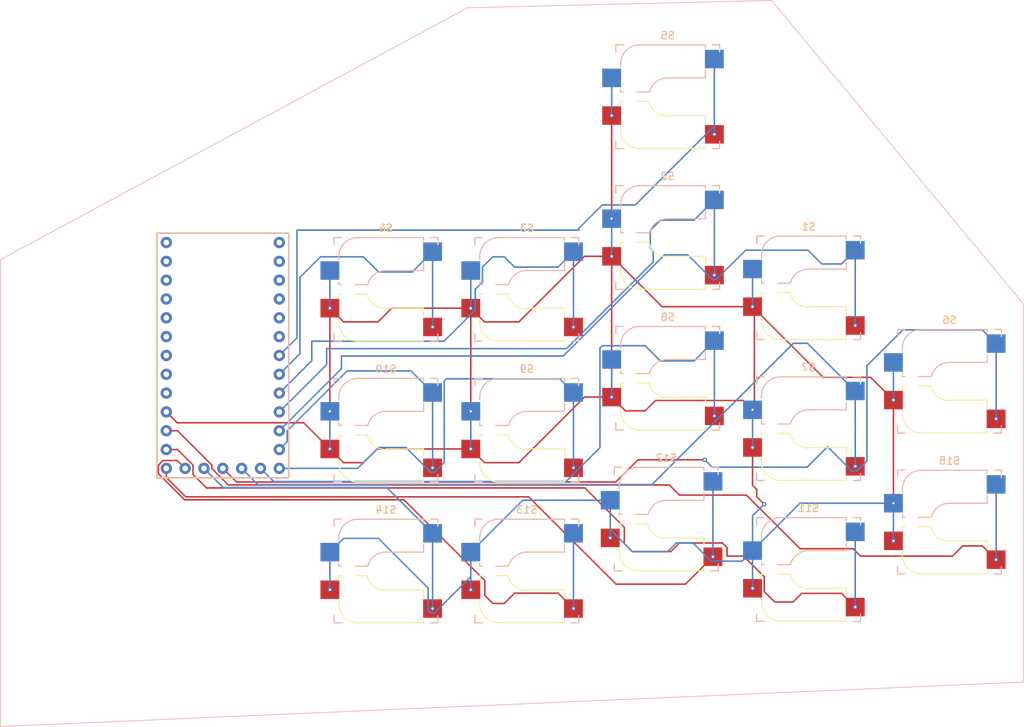
<source format=kicad_pcb>
(kicad_pcb (version 20241229) (generator "pcbnew") (generator_version "9.0")
  (layers (0 "F.Cu" signal) (2 "B.Cu" signal) (13 "F.Paste" user) (15 "B.Paste" user) (5 "F.SilkS" user "F.Silkscreen") (7 "B.SilkS" user "B.Silkscreen") (1 "F.Mask" user) (3 "B.Mask" user) (25 "Edge.Cuts" user))
  (net 0 "")
  (net 1 "Net-(U1-GP22)")
  (net 4 "Net-(U1-GP13)")
  (net 5 "Net-(U1-GP21)")
  (net 6 "Net-(U1-GP27)")
  (net 7 "Net-(U1-GP23)")
  (net 8 "Net-(U1-GP12)")
  (net 9 "Net-(U1-GP20)")
  (net 11 "Net-(U1-GP15)")
  (net 13 "Net-(U1-GP14)")
  (net 15 "Net-(U1-GP8)")
  (net 18 "Net-(U1-GP7)")
  (net 21 "Net-(U1-GP9)")
  (net 23 "Net-(U1-GP16)")
  (net 25 "Net-(U1-GP26)")
  (net 26 "Net-(U1-GP28)")
  (net 27 "Net-(U1-GP6)")
  (footprint "keyswitches_daprice:Kailh_socket_MX_reversible" (layer "F.Cu") (at 152 76.4)
    (property "Reference" "S15" (at 0 -8.255 0) (layer "F.SilkS"))
    (property "Value" "Keyswitch")
    (fp_text user "${REFERENCE}" (at 0 -8.255 0) (layer "B.SilkS") (effects (justify mirror)))
    (pad "" np_thru_hole circle (at -5.08 0) (size 1.7018 1.7018) (drill 1.7018) (layers "*.Cu" "*.Mask"))
    (pad "" np_thru_hole circle (at -3.81 -2.54) (size 3 3) (drill 3) (layers "*.Cu" "*.Mask"))
    (pad "" np_thru_hole circle (at -3.81 2.54) (size 3 3) (drill 3) (layers "*.Cu" "*.Mask"))
    (pad "" np_thru_hole circle (at 0 0) (size 3.9878 3.9878) (drill 3.9878) (layers "*.Cu" "*.Mask"))
    (pad "" np_thru_hole circle (at 2.54 -5.08) (size 3 3) (drill 3) (layers "*.Cu" "*.Mask"))
    (pad "" np_thru_hole circle (at 2.54 5.08) (size 3 3) (drill 3) (layers "*.Cu" "*.Mask"))
    (pad "" np_thru_hole circle (at 5.08 0) (size 1.7018 1.7018) (drill 1.7018) (layers "*.Cu" "*.Mask"))
    (pad "1" smd rect (at 6.29 -5.08) (size 2.55 2.5) (layers "B.Cu" "B.Mask" "B.Paste") (net 18 "Net-(U1-GP7)"))
    (pad "1" smd rect (at 6.29 5.08) (size 2.55 2.5) (layers "F.Cu" "F.Mask" "F.Paste") (net 18 "Net-(U1-GP7)"))
    (pad "2" smd rect (at -7.56 -2.54) (size 2.55 2.5) (layers "B.Cu" "B.Mask" "B.Paste") (net 27 "Net-(U1-GP6)"))
    (pad "2" smd rect (at -7.56 2.54) (size 2.55 2.5) (layers "F.Cu" "F.Mask" "F.Paste") (net 27 "Net-(U1-GP6)"))
  )
  (footprint "keyswitches_daprice:Kailh_socket_MX_reversible" (layer "F.Cu") (at 152 57.4)
    (property "Reference" "S6" (at 0 -8.255 0) (layer "F.SilkS"))
    (property "Value" "Keyswitch")
    (fp_text user "${REFERENCE}" (at 0 -8.255 0) (layer "B.SilkS") (effects (justify mirror)))
    (pad "" np_thru_hole circle (at -5.08 0) (size 1.7018 1.7018) (drill 1.7018) (layers "*.Cu" "*.Mask"))
    (pad "" np_thru_hole circle (at -3.81 -2.54) (size 3 3) (drill 3) (layers "*.Cu" "*.Mask"))
    (pad "" np_thru_hole circle (at -3.81 2.54) (size 3 3) (drill 3) (layers "*.Cu" "*.Mask"))
    (pad "" np_thru_hole circle (at 0 0) (size 3.9878 3.9878) (drill 3.9878) (layers "*.Cu" "*.Mask"))
    (pad "" np_thru_hole circle (at 2.54 -5.08) (size 3 3) (drill 3) (layers "*.Cu" "*.Mask"))
    (pad "" np_thru_hole circle (at 2.54 5.08) (size 3 3) (drill 3) (layers "*.Cu" "*.Mask"))
    (pad "" np_thru_hole circle (at 5.08 0) (size 1.7018 1.7018) (drill 1.7018) (layers "*.Cu" "*.Mask"))
    (pad "1" smd rect (at 6.29 -5.08) (size 2.55 2.5) (layers "B.Cu" "B.Mask" "B.Paste") (net 13 "Net-(U1-GP14)"))
    (pad "1" smd rect (at 6.29 5.08) (size 2.55 2.5) (layers "F.Cu" "F.Mask" "F.Paste") (net 13 "Net-(U1-GP14)"))
    (pad "2" smd rect (at -7.56 -2.54) (size 2.55 2.5) (layers "B.Cu" "B.Mask" "B.Paste") (net 27 "Net-(U1-GP6)"))
    (pad "2" smd rect (at -7.56 2.54) (size 2.55 2.5) (layers "F.Cu" "F.Mask" "F.Paste") (net 27 "Net-(U1-GP6)"))
  )
  (footprint "keyswitches_daprice:Kailh_socket_MX_reversible" (layer "F.Cu") (at 95 45)
    (property "Reference" "S3" (at 0 -8.255 0) (layer "F.SilkS"))
    (property "Value" "Keyswitch")
    (fp_text user "${REFERENCE}" (at 0 -8.255 0) (layer "B.SilkS") (effects (justify mirror)))
    (pad "" np_thru_hole circle (at -5.08 0) (size 1.7018 1.7018) (drill 1.7018) (layers "*.Cu" "*.Mask"))
    (pad "" np_thru_hole circle (at -3.81 -2.54) (size 3 3) (drill 3) (layers "*.Cu" "*.Mask"))
    (pad "" np_thru_hole circle (at -3.81 2.54) (size 3 3) (drill 3) (layers "*.Cu" "*.Mask"))
    (pad "" np_thru_hole circle (at 0 0) (size 3.9878 3.9878) (drill 3.9878) (layers "*.Cu" "*.Mask"))
    (pad "" np_thru_hole circle (at 2.54 -5.08) (size 3 3) (drill 3) (layers "*.Cu" "*.Mask"))
    (pad "" np_thru_hole circle (at 2.54 5.08) (size 3 3) (drill 3) (layers "*.Cu" "*.Mask"))
    (pad "" np_thru_hole circle (at 5.08 0) (size 1.7018 1.7018) (drill 1.7018) (layers "*.Cu" "*.Mask"))
    (pad "1" smd rect (at 6.29 -5.08) (size 2.55 2.5) (layers "B.Cu" "B.Mask" "B.Paste") (net 25 "Net-(U1-GP26)"))
    (pad "1" smd rect (at 6.29 5.08) (size 2.55 2.5) (layers "F.Cu" "F.Mask" "F.Paste") (net 25 "Net-(U1-GP26)"))
    (pad "2" smd rect (at -7.56 -2.54) (size 2.55 2.5) (layers "B.Cu" "B.Mask" "B.Paste") (net 27 "Net-(U1-GP6)"))
    (pad "2" smd rect (at -7.56 2.54) (size 2.55 2.5) (layers "F.Cu" "F.Mask" "F.Paste") (net 27 "Net-(U1-GP6)"))
  )
  (footprint "keyswitches_daprice:Kailh_socket_MX_reversible" (layer "F.Cu") (at 76 45)
    (property "Reference" "S4" (at 0 -8.255 0) (layer "F.SilkS"))
    (property "Value" "Keyswitch")
    (fp_text user "${REFERENCE}" (at 0 -8.255 0) (layer "B.SilkS") (effects (justify mirror)))
    (pad "" np_thru_hole circle (at -5.08 0) (size 1.7018 1.7018) (drill 1.7018) (layers "*.Cu" "*.Mask"))
    (pad "" np_thru_hole circle (at -3.81 -2.54) (size 3 3) (drill 3) (layers "*.Cu" "*.Mask"))
    (pad "" np_thru_hole circle (at -3.81 2.54) (size 3 3) (drill 3) (layers "*.Cu" "*.Mask"))
    (pad "" np_thru_hole circle (at 0 0) (size 3.9878 3.9878) (drill 3.9878) (layers "*.Cu" "*.Mask"))
    (pad "" np_thru_hole circle (at 2.54 -5.08) (size 3 3) (drill 3) (layers "*.Cu" "*.Mask"))
    (pad "" np_thru_hole circle (at 2.54 5.08) (size 3 3) (drill 3) (layers "*.Cu" "*.Mask"))
    (pad "" np_thru_hole circle (at 5.08 0) (size 1.7018 1.7018) (drill 1.7018) (layers "*.Cu" "*.Mask"))
    (pad "1" smd rect (at 6.29 -5.08) (size 2.55 2.5) (layers "B.Cu" "B.Mask" "B.Paste") (net 6 "Net-(U1-GP27)"))
    (pad "1" smd rect (at 6.29 5.08) (size 2.55 2.5) (layers "F.Cu" "F.Mask" "F.Paste") (net 6 "Net-(U1-GP27)"))
    (pad "2" smd rect (at -7.56 -2.54) (size 2.55 2.5) (layers "B.Cu" "B.Mask" "B.Paste") (net 27 "Net-(U1-GP6)"))
    (pad "2" smd rect (at -7.56 2.54) (size 2.55 2.5) (layers "F.Cu" "F.Mask" "F.Paste") (net 27 "Net-(U1-GP6)"))
  )
  (footprint "keyswitches_daprice:Kailh_socket_MX_reversible" (layer "F.Cu") (at 133 63.8)
    (property "Reference" "S7" (at 0 -8.255 0) (layer "F.SilkS"))
    (property "Value" "Keyswitch")
    (fp_text user "${REFERENCE}" (at 0 -8.255 0) (layer "B.SilkS") (effects (justify mirror)))
    (pad "" np_thru_hole circle (at -5.08 0) (size 1.7018 1.7018) (drill 1.7018) (layers "*.Cu" "*.Mask"))
    (pad "" np_thru_hole circle (at -3.81 -2.54) (size 3 3) (drill 3) (layers "*.Cu" "*.Mask"))
    (pad "" np_thru_hole circle (at -3.81 2.54) (size 3 3) (drill 3) (layers "*.Cu" "*.Mask"))
    (pad "" np_thru_hole circle (at 0 0) (size 3.9878 3.9878) (drill 3.9878) (layers "*.Cu" "*.Mask"))
    (pad "" np_thru_hole circle (at 2.54 -5.08) (size 3 3) (drill 3) (layers "*.Cu" "*.Mask"))
    (pad "" np_thru_hole circle (at 2.54 5.08) (size 3 3) (drill 3) (layers "*.Cu" "*.Mask"))
    (pad "" np_thru_hole circle (at 5.08 0) (size 1.7018 1.7018) (drill 1.7018) (layers "*.Cu" "*.Mask"))
    (pad "1" smd rect (at 6.29 -5.08) (size 2.55 2.5) (layers "B.Cu" "B.Mask" "B.Paste") (net 11 "Net-(U1-GP15)"))
    (pad "1" smd rect (at 6.29 5.08) (size 2.55 2.5) (layers "F.Cu" "F.Mask" "F.Paste") (net 11 "Net-(U1-GP15)"))
    (pad "2" smd rect (at -7.56 -2.54) (size 2.55 2.5) (layers "B.Cu" "B.Mask" "B.Paste") (net 27 "Net-(U1-GP6)"))
    (pad "2" smd rect (at -7.56 2.54) (size 2.55 2.5) (layers "F.Cu" "F.Mask" "F.Paste") (net 27 "Net-(U1-GP6)"))
  )
  (footprint "ScottoKeebs_MCU:RP2040_Pro_Micro" (layer "F.Cu") (at 54 55.19)
    (property "Reference" "U1" (hide yes))
    (property "Value" "RP2040_Pro_Micro" (hide yes))
    (pad "1" thru_hole circle (at -7.62 -16.51) (size 1.524 1.524) (drill 0.762) (layers "*.Cu" "*.Mask"))
    (pad "2" thru_hole circle (at -7.62 -13.97) (size 1.524 1.524) (drill 0.762) (layers "*.Cu" "*.Mask"))
    (pad "3" thru_hole circle (at -7.62 -11.43) (size 1.524 1.524) (drill 0.762) (layers "*.Cu" "*.Mask"))
    (pad "4" thru_hole circle (at -7.62 -8.89) (size 1.524 1.524) (drill 0.762) (layers "*.Cu" "*.Mask"))
    (pad "5" thru_hole circle (at -7.62 -6.35) (size 1.524 1.524) (drill 0.762) (layers "*.Cu" "*.Mask"))
    (pad "6" thru_hole circle (at -7.62 -3.81) (size 1.524 1.524) (drill 0.762) (layers "*.Cu" "*.Mask"))
    (pad "7" thru_hole circle (at -7.62 -1.27) (size 1.524 1.524) (drill 0.762) (layers "*.Cu" "*.Mask"))
    (pad "8" thru_hole circle (at -7.62 1.27) (size 1.524 1.524) (drill 0.762) (layers "*.Cu" "*.Mask"))
    (pad "9" thru_hole circle (at -7.62 3.81) (size 1.524 1.524) (drill 0.762) (layers "*.Cu" "*.Mask"))
    (pad "10" thru_hole circle (at -7.62 6.35) (size 1.524 1.524) (drill 0.762) (layers "*.Cu" "*.Mask") (net 27 "Net-(U1-GP6)"))
    (pad "11" thru_hole circle (at -7.62 8.89) (size 1.524 1.524) (drill 0.762) (layers "*.Cu" "*.Mask") (net 18 "Net-(U1-GP7)"))
    (pad "12" thru_hole circle (at -7.62 11.43) (size 1.524 1.524) (drill 0.762) (layers "*.Cu" "*.Mask") (net 15 "Net-(U1-GP8)"))
    (pad "13" thru_hole circle (at -7.62 13.97) (size 1.524 1.524) (drill 0.762) (layers "*.Cu" "*.Mask") (net 21 "Net-(U1-GP9)"))
    (pad "14" thru_hole circle (at -5.08 13.97) (size 1.524 1.524) (drill 0.762) (layers "*.Cu" "*.Mask") (net 8 "Net-(U1-GP12)"))
    (pad "15" thru_hole circle (at -2.54 13.97) (size 1.524 1.524) (drill 0.762) (layers "*.Cu" "*.Mask") (net 4 "Net-(U1-GP13)"))
    (pad "16" thru_hole circle (at 0 13.97) (size 1.524 1.524) (drill 0.762) (layers "*.Cu" "*.Mask") (net 13 "Net-(U1-GP14)"))
    (pad "17" thru_hole circle (at 2.54 13.97) (size 1.524 1.524) (drill 0.762) (layers "*.Cu" "*.Mask") (net 11 "Net-(U1-GP15)"))
    (pad "18" thru_hole circle (at 5.08 13.97) (size 1.524 1.524) (drill 0.762) (layers "*.Cu" "*.Mask") (net 23 "Net-(U1-GP16)"))
    (pad "19" thru_hole circle (at 7.62 13.97) (size 1.524 1.524) (drill 0.762) (layers "*.Cu" "*.Mask") (net 5 "Net-(U1-GP21)"))
    (pad "20" thru_hole circle (at 7.62 11.43) (size 1.524 1.524) (drill 0.762) (layers "*.Cu" "*.Mask") (net 7 "Net-(U1-GP23)"))
    (pad "21" thru_hole circle (at 7.62 8.89) (size 1.524 1.524) (drill 0.762) (layers "*.Cu" "*.Mask") (net 9 "Net-(U1-GP20)"))
    (pad "22" thru_hole circle (at 7.62 6.35) (size 1.524 1.524) (drill 0.762) (layers "*.Cu" "*.Mask") (net 1 "Net-(U1-GP22)"))
    (pad "23" thru_hole circle (at 7.62 3.81) (size 1.524 1.524) (drill 0.762) (layers "*.Cu" "*.Mask") (net 25 "Net-(U1-GP26)"))
    (pad "24" thru_hole circle (at 7.62 1.27) (size 1.524 1.524) (drill 0.762) (layers "*.Cu" "*.Mask") (net 6 "Net-(U1-GP27)"))
    (pad "25" thru_hole circle (at 7.62 -1.27) (size 1.524 1.524) (drill 0.762) (layers "*.Cu" "*.Mask") (net 26 "Net-(U1-GP28)"))
    (pad "26" thru_hole circle (at 7.62 -3.81) (size 1.524 1.524) (drill 0.762) (layers "*.Cu" "*.Mask"))
    (pad "27" thru_hole circle (at 7.62 -6.35) (size 1.524 1.524) (drill 0.762) (layers "*.Cu" "*.Mask"))
    (pad "28" thru_hole circle (at 7.62 -8.89) (size 1.524 1.524) (drill 0.762) (layers "*.Cu" "*.Mask"))
    (pad "29" thru_hole circle (at 7.62 -11.43) (size 1.524 1.524) (drill 0.762) (layers "*.Cu" "*.Mask"))
    (pad "30" thru_hole circle (at 7.62 -13.97) (size 1.524 1.524) (drill 0.762) (layers "*.Cu" "*.Mask"))
    (pad "31" thru_hole circle (at 7.62 -16.51) (size 1.524 1.524) (drill 0.762) (layers "*.Cu" "*.Mask"))
  )
  (footprint "keyswitches_daprice:Kailh_socket_MX_reversible" (layer "F.Cu") (at 133 44.8)
    (property "Reference" "S1" (at 0 -8.255 0) (layer "F.SilkS"))
    (property "Value" "Keyswitch")
    (fp_text user "${REFERENCE}" (at 0 -8.255 0) (layer "B.SilkS") (effects (justify mirror)))
    (pad "" np_thru_hole circle (at -5.08 0) (size 1.7018 1.7018) (drill 1.7018) (layers "*.Cu" "*.Mask"))
    (pad "" np_thru_hole circle (at -3.81 -2.54) (size 3 3) (drill 3) (layers "*.Cu" "*.Mask"))
    (pad "" np_thru_hole circle (at -3.81 2.54) (size 3 3) (drill 3) (layers "*.Cu" "*.Mask"))
    (pad "" np_thru_hole circle (at 0 0) (size 3.9878 3.9878) (drill 3.9878) (layers "*.Cu" "*.Mask"))
    (pad "" np_thru_hole circle (at 2.54 -5.08) (size 3 3) (drill 3) (layers "*.Cu" "*.Mask"))
    (pad "" np_thru_hole circle (at 2.54 5.08) (size 3 3) (drill 3) (layers "*.Cu" "*.Mask"))
    (pad "" np_thru_hole circle (at 5.08 0) (size 1.7018 1.7018) (drill 1.7018) (layers "*.Cu" "*.Mask"))
    (pad "1" smd rect (at 6.29 -5.08) (size 2.55 2.5) (layers "B.Cu" "B.Mask" "B.Paste") (net 9 "Net-(U1-GP20)"))
    (pad "1" smd rect (at 6.29 5.08) (size 2.55 2.5) (layers "F.Cu" "F.Mask" "F.Paste") (net 9 "Net-(U1-GP20)"))
    (pad "2" smd rect (at -7.56 -2.54) (size 2.55 2.5) (layers "B.Cu" "B.Mask" "B.Paste") (net 27 "Net-(U1-GP6)"))
    (pad "2" smd rect (at -7.56 2.54) (size 2.55 2.5) (layers "F.Cu" "F.Mask" "F.Paste") (net 27 "Net-(U1-GP6)"))
  )
  (footprint "keyswitches_daprice:Kailh_socket_MX_reversible" (layer "F.Cu") (at 95 64)
    (property "Reference" "S9" (at 0 -8.255 0) (layer "F.SilkS"))
    (property "Value" "Keyswitch")
    (fp_text user "${REFERENCE}" (at 0 -8.255 0) (layer "B.SilkS") (effects (justify mirror)))
    (pad "" np_thru_hole circle (at -5.08 0) (size 1.7018 1.7018) (drill 1.7018) (layers "*.Cu" "*.Mask"))
    (pad "" np_thru_hole circle (at -3.81 -2.54) (size 3 3) (drill 3) (layers "*.Cu" "*.Mask"))
    (pad "" np_thru_hole circle (at -3.81 2.54) (size 3 3) (drill 3) (layers "*.Cu" "*.Mask"))
    (pad "" np_thru_hole circle (at 0 0) (size 3.9878 3.9878) (drill 3.9878) (layers "*.Cu" "*.Mask"))
    (pad "" np_thru_hole circle (at 2.54 -5.08) (size 3 3) (drill 3) (layers "*.Cu" "*.Mask"))
    (pad "" np_thru_hole circle (at 2.54 5.08) (size 3 3) (drill 3) (layers "*.Cu" "*.Mask"))
    (pad "" np_thru_hole circle (at 5.08 0) (size 1.7018 1.7018) (drill 1.7018) (layers "*.Cu" "*.Mask"))
    (pad "1" smd rect (at 6.29 -5.08) (size 2.55 2.5) (layers "B.Cu" "B.Mask" "B.Paste") (net 5 "Net-(U1-GP21)"))
    (pad "1" smd rect (at 6.29 5.08) (size 2.55 2.5) (layers "F.Cu" "F.Mask" "F.Paste") (net 5 "Net-(U1-GP21)"))
    (pad "2" smd rect (at -7.56 -2.54) (size 2.55 2.5) (layers "B.Cu" "B.Mask" "B.Paste") (net 27 "Net-(U1-GP6)"))
    (pad "2" smd rect (at -7.56 2.54) (size 2.55 2.5) (layers "F.Cu" "F.Mask" "F.Paste") (net 27 "Net-(U1-GP6)"))
  )
  (footprint "keyswitches_daprice:Kailh_socket_MX_reversible" (layer "F.Cu") (at 114 38)
    (property "Reference" "S2" (at 0 -8.255 0) (layer "F.SilkS"))
    (property "Value" "Keyswitch")
    (fp_text user "${REFERENCE}" (at 0 -8.255 0) (layer "B.SilkS") (effects (justify mirror)))
    (pad "" np_thru_hole circle (at -5.08 0) (size 1.7018 1.7018) (drill 1.7018) (layers "*.Cu" "*.Mask"))
    (pad "" np_thru_hole circle (at -3.81 -2.54) (size 3 3) (drill 3) (layers "*.Cu" "*.Mask"))
    (pad "" np_thru_hole circle (at -3.81 2.54) (size 3 3) (drill 3) (layers "*.Cu" "*.Mask"))
    (pad "" np_thru_hole circle (at 0 0) (size 3.9878 3.9878) (drill 3.9878) (layers "*.Cu" "*.Mask"))
    (pad "" np_thru_hole circle (at 2.54 -5.08) (size 3 3) (drill 3) (layers "*.Cu" "*.Mask"))
    (pad "" np_thru_hole circle (at 2.54 5.08) (size 3 3) (drill 3) (layers "*.Cu" "*.Mask"))
    (pad "" np_thru_hole circle (at 5.08 0) (size 1.7018 1.7018) (drill 1.7018) (layers "*.Cu" "*.Mask"))
    (pad "1" smd rect (at 6.29 -5.08) (size 2.55 2.5) (layers "B.Cu" "B.Mask" "B.Paste") (net 1 "Net-(U1-GP22)"))
    (pad "1" smd rect (at 6.29 5.08) (size 2.55 2.5) (layers "F.Cu" "F.Mask" "F.Paste") (net 1 "Net-(U1-GP22)"))
    (pad "2" smd rect (at -7.56 -2.54) (size 2.55 2.5) (layers "B.Cu" "B.Mask" "B.Paste") (net 27 "Net-(U1-GP6)"))
    (pad "2" smd rect (at -7.56 2.54) (size 2.55 2.5) (layers "F.Cu" "F.Mask" "F.Paste") (net 27 "Net-(U1-GP6)"))
  )
  (footprint "keyswitches_daprice:Kailh_socket_MX_reversible" (layer "F.Cu") (at 133 82.8)
    (property "Reference" "S11" (at 0 -8.255 0) (layer "F.SilkS"))
    (property "Value" "Keyswitch")
    (fp_text user "${REFERENCE}" (at 0 -8.255 0) (layer "B.SilkS") (effects (justify mirror)))
    (pad "" np_thru_hole circle (at -5.08 0) (size 1.7018 1.7018) (drill 1.7018) (layers "*.Cu" "*.Mask"))
    (pad "" np_thru_hole circle (at -3.81 -2.54) (size 3 3) (drill 3) (layers "*.Cu" "*.Mask"))
    (pad "" np_thru_hole circle (at -3.81 2.54) (size 3 3) (drill 3) (layers "*.Cu" "*.Mask"))
    (pad "" np_thru_hole circle (at 0 0) (size 3.9878 3.9878) (drill 3.9878) (layers "*.Cu" "*.Mask"))
    (pad "" np_thru_hole circle (at 2.54 -5.08) (size 3 3) (drill 3) (layers "*.Cu" "*.Mask"))
    (pad "" np_thru_hole circle (at 2.54 5.08) (size 3 3) (drill 3) (layers "*.Cu" "*.Mask"))
    (pad "" np_thru_hole circle (at 5.08 0) (size 1.7018 1.7018) (drill 1.7018) (layers "*.Cu" "*.Mask"))
    (pad "1" smd rect (at 6.29 -5.08) (size 2.55 2.5) (layers "B.Cu" "B.Mask" "B.Paste") (net 15 "Net-(U1-GP8)"))
    (pad "1" smd rect (at 6.29 5.08) (size 2.55 2.5) (layers "F.Cu" "F.Mask" "F.Paste") (net 15 "Net-(U1-GP8)"))
    (pad "2" smd rect (at -7.56 -2.54) (size 2.55 2.5) (layers "B.Cu" "B.Mask" "B.Paste") (net 27 "Net-(U1-GP6)"))
    (pad "2" smd rect (at -7.56 2.54) (size 2.55 2.5) (layers "F.Cu" "F.Mask" "F.Paste") (net 27 "Net-(U1-GP6)"))
  )
  (footprint "keyswitches_daprice:Kailh_socket_MX_reversible" (layer "F.Cu") (at 114 19)
    (property "Reference" "S5" (at 0 -8.255 0) (layer "F.SilkS"))
    (property "Value" "Keyswitch")
    (fp_text user "${REFERENCE}" (at 0 -8.255 0) (layer "B.SilkS") (effects (justify mirror)))
    (pad "" np_thru_hole circle (at -5.08 0) (size 1.7018 1.7018) (drill 1.7018) (layers "*.Cu" "*.Mask"))
    (pad "" np_thru_hole circle (at -3.81 -2.54) (size 3 3) (drill 3) (layers "*.Cu" "*.Mask"))
    (pad "" np_thru_hole circle (at -3.81 2.54) (size 3 3) (drill 3) (layers "*.Cu" "*.Mask"))
    (pad "" np_thru_hole circle (at 0 0) (size 3.9878 3.9878) (drill 3.9878) (layers "*.Cu" "*.Mask"))
    (pad "" np_thru_hole circle (at 2.54 -5.08) (size 3 3) (drill 3) (layers "*.Cu" "*.Mask"))
    (pad "" np_thru_hole circle (at 2.54 5.08) (size 3 3) (drill 3) (layers "*.Cu" "*.Mask"))
    (pad "" np_thru_hole circle (at 5.08 0) (size 1.7018 1.7018) (drill 1.7018) (layers "*.Cu" "*.Mask"))
    (pad "1" smd rect (at 6.29 -5.08) (size 2.55 2.5) (layers "B.Cu" "B.Mask" "B.Paste") (net 26 "Net-(U1-GP28)"))
    (pad "1" smd rect (at 6.29 5.08) (size 2.55 2.5) (layers "F.Cu" "F.Mask" "F.Paste") (net 26 "Net-(U1-GP28)"))
    (pad "2" smd rect (at -7.56 -2.54) (size 2.55 2.5) (layers "B.Cu" "B.Mask" "B.Paste") (net 27 "Net-(U1-GP6)"))
    (pad "2" smd rect (at -7.56 2.54) (size 2.55 2.5) (layers "F.Cu" "F.Mask" "F.Paste") (net 27 "Net-(U1-GP6)"))
  )
  (footprint "keyswitches_daprice:Kailh_socket_MX_reversible" (layer "F.Cu") (at 113.81 76)
    (property "Reference" "S12" (at 0 -8.255 0) (layer "F.SilkS"))
    (property "Value" "Keyswitch")
    (fp_text user "${REFERENCE}" (at 0 -8.255 0) (layer "B.SilkS") (effects (justify mirror)))
    (pad "" np_thru_hole circle (at -5.08 0) (size 1.7018 1.7018) (drill 1.7018) (layers "*.Cu" "*.Mask"))
    (pad "" np_thru_hole circle (at -3.81 -2.54) (size 3 3) (drill 3) (layers "*.Cu" "*.Mask"))
    (pad "" np_thru_hole circle (at -3.81 2.54) (size 3 3) (drill 3) (layers "*.Cu" "*.Mask"))
    (pad "" np_thru_hole circle (at 0 0) (size 3.9878 3.9878) (drill 3.9878) (layers "*.Cu" "*.Mask"))
    (pad "" np_thru_hole circle (at 2.54 -5.08) (size 3 3) (drill 3) (layers "*.Cu" "*.Mask"))
    (pad "" np_thru_hole circle (at 2.54 5.08) (size 3 3) (drill 3) (layers "*.Cu" "*.Mask"))
    (pad "" np_thru_hole circle (at 5.08 0) (size 1.7018 1.7018) (drill 1.7018) (layers "*.Cu" "*.Mask"))
    (pad "1" smd rect (at 6.29 -5.08) (size 2.55 2.5) (layers "B.Cu" "B.Mask" "B.Paste") (net 21 "Net-(U1-GP9)"))
    (pad "1" smd rect (at 6.29 5.08) (size 2.55 2.5) (layers "F.Cu" "F.Mask" "F.Paste") (net 21 "Net-(U1-GP9)"))
    (pad "2" smd rect (at -7.56 -2.54) (size 2.55 2.5) (layers "B.Cu" "B.Mask" "B.Paste") (net 27 "Net-(U1-GP6)"))
    (pad "2" smd rect (at -7.56 2.54) (size 2.55 2.5) (layers "F.Cu" "F.Mask" "F.Paste") (net 27 "Net-(U1-GP6)"))
  )
  (footprint "keyswitches_daprice:Kailh_socket_MX_reversible" (layer "F.Cu") (at 114 57)
    (property "Reference" "S8" (at 0 -8.255 0) (layer "F.SilkS"))
    (property "Value" "Keyswitch")
    (fp_text user "${REFERENCE}" (at 0 -8.255 0) (layer "B.SilkS") (effects (justify mirror)))
    (pad "" np_thru_hole circle (at -5.08 0) (size 1.7018 1.7018) (drill 1.7018) (layers "*.Cu" "*.Mask"))
    (pad "" np_thru_hole circle (at -3.81 -2.54) (size 3 3) (drill 3) (layers "*.Cu" "*.Mask"))
    (pad "" np_thru_hole circle (at -3.81 2.54) (size 3 3) (drill 3) (layers "*.Cu" "*.Mask"))
    (pad "" np_thru_hole circle (at 0 0) (size 3.9878 3.9878) (drill 3.9878) (layers "*.Cu" "*.Mask"))
    (pad "" np_thru_hole circle (at 2.54 -5.08) (size 3 3) (drill 3) (layers "*.Cu" "*.Mask"))
    (pad "" np_thru_hole circle (at 2.54 5.08) (size 3 3) (drill 3) (layers "*.Cu" "*.Mask"))
    (pad "" np_thru_hole circle (at 5.08 0) (size 1.7018 1.7018) (drill 1.7018) (layers "*.Cu" "*.Mask"))
    (pad "1" smd rect (at 6.29 -5.08) (size 2.55 2.5) (layers "B.Cu" "B.Mask" "B.Paste") (net 23 "Net-(U1-GP16)"))
    (pad "1" smd rect (at 6.29 5.08) (size 2.55 2.5) (layers "F.Cu" "F.Mask" "F.Paste") (net 23 "Net-(U1-GP16)"))
    (pad "2" smd rect (at -7.56 -2.54) (size 2.55 2.5) (layers "B.Cu" "B.Mask" "B.Paste") (net 27 "Net-(U1-GP6)"))
    (pad "2" smd rect (at -7.56 2.54) (size 2.55 2.5) (layers "F.Cu" "F.Mask" "F.Paste") (net 27 "Net-(U1-GP6)"))
  )
  (footprint "keyswitches_daprice:Kailh_socket_MX_reversible" (layer "F.Cu") (at 76 83)
    (property "Reference" "S14" (at 0 -8.255 0) (layer "F.SilkS"))
    (property "Value" "Keyswitch")
    (fp_text user "${REFERENCE}" (at 0 -8.255 0) (layer "B.SilkS") (effects (justify mirror)))
    (pad "" np_thru_hole circle (at -5.08 0) (size 1.7018 1.7018) (drill 1.7018) (layers "*.Cu" "*.Mask"))
    (pad "" np_thru_hole circle (at -3.81 -2.54) (size 3 3) (drill 3) (layers "*.Cu" "*.Mask"))
    (pad "" np_thru_hole circle (at -3.81 2.54) (size 3 3) (drill 3) (layers "*.Cu" "*.Mask"))
    (pad "" np_thru_hole circle (at 0 0) (size 3.9878 3.9878) (drill 3.9878) (layers "*.Cu" "*.Mask"))
    (pad "" np_thru_hole circle (at 2.54 -5.08) (size 3 3) (drill 3) (layers "*.Cu" "*.Mask"))
    (pad "" np_thru_hole circle (at 2.54 5.08) (size 3 3) (drill 3) (layers "*.Cu" "*.Mask"))
    (pad "" np_thru_hole circle (at 5.08 0) (size 1.7018 1.7018) (drill 1.7018) (layers "*.Cu" "*.Mask"))
    (pad "1" smd rect (at 6.29 -5.08) (size 2.55 2.5) (layers "B.Cu" "B.Mask" "B.Paste") (net 4 "Net-(U1-GP13)"))
    (pad "1" smd rect (at 6.29 5.08) (size 2.55 2.5) (layers "F.Cu" "F.Mask" "F.Paste") (net 4 "Net-(U1-GP13)"))
    (pad "2" smd rect (at -7.56 -2.54) (size 2.55 2.5) (layers "B.Cu" "B.Mask" "B.Paste") (net 27 "Net-(U1-GP6)"))
    (pad "2" smd rect (at -7.56 2.54) (size 2.55 2.5) (layers "F.Cu" "F.Mask" "F.Paste") (net 27 "Net-(U1-GP6)"))
  )
  (footprint "keyswitches_daprice:Kailh_socket_MX_reversible" (layer "F.Cu") (at 95 83)
    (property "Reference" "S13" (at 0 -8.255 0) (layer "F.SilkS"))
    (property "Value" "Keyswitch")
    (fp_text user "${REFERENCE}" (at 0 -8.255 0) (layer "B.SilkS") (effects (justify mirror)))
    (pad "" np_thru_hole circle (at -5.08 0) (size 1.7018 1.7018) (drill 1.7018) (layers "*.Cu" "*.Mask"))
    (pad "" np_thru_hole circle (at -3.81 -2.54) (size 3 3) (drill 3) (layers "*.Cu" "*.Mask"))
    (pad "" np_thru_hole circle (at -3.81 2.54) (size 3 3) (drill 3) (layers "*.Cu" "*.Mask"))
    (pad "" np_thru_hole circle (at 0 0) (size 3.9878 3.9878) (drill 3.9878) (layers "*.Cu" "*.Mask"))
    (pad "" np_thru_hole circle (at 2.54 -5.08) (size 3 3) (drill 3) (layers "*.Cu" "*.Mask"))
    (pad "" np_thru_hole circle (at 2.54 5.08) (size 3 3) (drill 3) (layers "*.Cu" "*.Mask"))
    (pad "" np_thru_hole circle (at 5.08 0) (size 1.7018 1.7018) (drill 1.7018) (layers "*.Cu" "*.Mask"))
    (pad "1" smd rect (at 6.29 -5.08) (size 2.55 2.5) (layers "B.Cu" "B.Mask" "B.Paste") (net 8 "Net-(U1-GP12)"))
    (pad "1" smd rect (at 6.29 5.08) (size 2.55 2.5) (layers "F.Cu" "F.Mask" "F.Paste") (net 8 "Net-(U1-GP12)"))
    (pad "2" smd rect (at -7.56 -2.54) (size 2.55 2.5) (layers "B.Cu" "B.Mask" "B.Paste") (net 27 "Net-(U1-GP6)"))
    (pad "2" smd rect (at -7.56 2.54) (size 2.55 2.5) (layers "F.Cu" "F.Mask" "F.Paste") (net 27 "Net-(U1-GP6)"))
  )
  (footprint "keyswitches_daprice:Kailh_socket_MX_reversible" (layer "F.Cu") (at 76 64)
    (property "Reference" "S10" (at 0 -8.255 0) (layer "F.SilkS"))
    (property "Value" "Keyswitch")
    (fp_text user "${REFERENCE}" (at 0 -8.255 0) (layer "B.SilkS") (effects (justify mirror)))
    (pad "" np_thru_hole circle (at -5.08 0) (size 1.7018 1.7018) (drill 1.7018) (layers "*.Cu" "*.Mask"))
    (pad "" np_thru_hole circle (at -3.81 -2.54) (size 3 3) (drill 3) (layers "*.Cu" "*.Mask"))
    (pad "" np_thru_hole circle (at -3.81 2.54) (size 3 3) (drill 3) (layers "*.Cu" "*.Mask"))
    (pad "" np_thru_hole circle (at 0 0) (size 3.9878 3.9878) (drill 3.9878) (layers "*.Cu" "*.Mask"))
    (pad "" np_thru_hole circle (at 2.54 -5.08) (size 3 3) (drill 3) (layers "*.Cu" "*.Mask"))
    (pad "" np_thru_hole circle (at 2.54 5.08) (size 3 3) (drill 3) (layers "*.Cu" "*.Mask"))
    (pad "" np_thru_hole circle (at 5.08 0) (size 1.7018 1.7018) (drill 1.7018) (layers "*.Cu" "*.Mask"))
    (pad "1" smd rect (at 6.29 -5.08) (size 2.55 2.5) (layers "B.Cu" "B.Mask" "B.Paste") (net 7 "Net-(U1-GP23)"))
    (pad "1" smd rect (at 6.29 5.08) (size 2.55 2.5) (layers "F.Cu" "F.Mask" "F.Paste") (net 7 "Net-(U1-GP23)"))
    (pad "2" smd rect (at -7.56 -2.54) (size 2.55 2.5) (layers "B.Cu" "B.Mask" "B.Paste") (net 27 "Net-(U1-GP6)"))
    (pad "2" smd rect (at -7.56 2.54) (size 2.55 2.5) (layers "F.Cu" "F.Mask" "F.Paste") (net 27 "Net-(U1-GP6)"))
  )
  (gr_line (start 162 98) (end 162 87) (stroke (width 0.1)) (layer "B.SilkS"))
  (gr_line (start 87 7) (end 24 41) (stroke (width 0.1)) (layer "B.SilkS"))
  (gr_line (start 128 6) (end 87 7) (stroke (width 0.1)) (layer "B.SilkS"))
  (gr_line (start 24 104) (end 162 98) (stroke (width 0.1)) (layer "B.SilkS"))
  (gr_line (start 162 47) (end 128 6) (stroke (width 0.1)) (layer "B.SilkS"))
  (gr_line (start 162 87) (end 162 47) (stroke (width 0.1)) (layer "B.SilkS"))
  (gr_line (start 24 41) (end 24 104) (stroke (width 0.1)) (layer "B.SilkS"))
  (via (at 120.29 43.08) (size 0.6) (drill 0.3) (layers "F.Cu" "B.Cu") (net 1))
  (segment (start 120.29 32.92) (end 117.5549 35.6551) (width 0.2) (layer "B.Cu") (net 1))
  (segment (start 117.5549 35.6551) (end 113.028711 35.6551) (width 0.2) (layer "B.Cu") (net 1))
  (segment (start 113.028711 35.6551) (end 111.6551 37.028711) (width 0.2) (layer "B.Cu") (net 1))
  (segment (start 112.041 39.773291) (end 112.041 41.306709) (width 0.2) (layer "B.Cu") (net 1))
  (segment (start 100.347709 53) (end 68 53) (width 0.2) (layer "B.Cu") (net 1))
  (segment (start 68 53) (end 68 55.16) (width 0.2) (layer "B.Cu") (net 1))
  (segment (start 68 55.16) (end 61.62 61.54) (width 0.2) (layer "B.Cu") (net 1))
  (segment (start 120.29 32.92) (end 120.29 43.08) (width 0.2) (layer "B.Cu") (net 1))
  (segment (start 112.041 41.306709) (end 100.347709 53) (width 0.2) (layer "B.Cu") (net 1))
  (segment (start 111.6551 37.028711) (end 111.6551 39.387391) (width 0.2) (layer "B.Cu") (net 1))
  (segment (start 111.6551 39.387391) (end 112.041 39.773291) (width 0.2) (layer "B.Cu") (net 1))
  (via (at 82.29 88.08) (size 0.6) (drill 0.3) (layers "F.Cu" "B.Cu") (net 4))
  (segment (start 82.29 77.92) (end 76.103 71.733) (width 0.2) (layer "B.Cu") (net 4))
  (segment (start 82.29 77.92) (end 82.29 88.08) (width 0.2) (layer "B.Cu") (net 4))
  (segment (start 54.033 71.733) (end 51.46 69.16) (width 0.2) (layer "B.Cu") (net 4))
  (segment (start 76.103 71.733) (end 54.033 71.733) (width 0.2) (layer "B.Cu") (net 4))
  (via (at 101.29 69.08) (size 0.6) (drill 0.3) (layers "F.Cu" "B.Cu") (net 5))
  (segment (start 75.002809 66.3449) (end 72.187709 69.16) (width 0.2) (layer "B.Cu") (net 5))
  (segment (start 99.439 57.069) (end 84.166 57.069) (width 0.2) (layer "B.Cu") (net 5))
  (segment (start 82.538943 69.681) (end 82.041057 69.681) (width 0.2) (layer "B.Cu") (net 5))
  (segment (start 101.29 58.92) (end 99.439 57.069) (width 0.2) (layer "B.Cu") (net 5))
  (segment (start 78.704957 66.3449) (end 75.002809 66.3449) (width 0.2) (layer "B.Cu") (net 5))
  (segment (start 101.29 58.92) (end 101.29 69.08) (width 0.2) (layer "B.Cu") (net 5))
  (segment (start 72.187709 69.16) (end 61.62 69.16) (width 0.2) (layer "B.Cu") (net 5))
  (segment (start 83.866 68.353943) (end 82.538943 69.681) (width 0.2) (layer "B.Cu") (net 5))
  (segment (start 84.166 57.069) (end 83.866 57.369) (width 0.2) (layer "B.Cu") (net 5))
  (segment (start 82.041057 69.681) (end 78.704957 66.3449) (width 0.2) (layer "B.Cu") (net 5))
  (segment (start 83.866 57.369) (end 83.866 68.353943) (width 0.2) (layer "B.Cu") (net 5))
  (via (at 82.29 50.08) (size 0.6) (drill 0.3) (layers "F.Cu" "B.Cu") (net 6))
  (segment (start 75.002809 42.6551) (end 72.956709 40.609) (width 0.2) (layer "B.Cu") (net 6))
  (segment (start 64.401 43.372) (end 64.401 53.679) (width 0.2) (layer "B.Cu") (net 6))
  (segment (start 72.956709 40.609) (end 67.164 40.609) (width 0.2) (layer "B.Cu") (net 6))
  (segment (start 79.5549 42.6551) (end 75.002809 42.6551) (width 0.2) (layer "B.Cu") (net 6))
  (segment (start 64.401 53.679) (end 61.62 56.46) (width 0.2) (layer "B.Cu") (net 6))
  (segment (start 82.29 39.92) (end 82.29 50.08) (width 0.2) (layer "B.Cu") (net 6))
  (segment (start 67.164 40.609) (end 64.401 43.372) (width 0.2) (layer "B.Cu") (net 6))
  (segment (start 82.29 39.92) (end 79.5549 42.6551) (width 0.2) (layer "B.Cu") (net 6))
  (via (at 82.29 69.08) (size 0.6) (drill 0.3) (layers "F.Cu" "B.Cu") (net 7))
  (segment (start 62.683 65.557) (end 61.62 66.62) (width 0.2) (layer "B.Cu") (net 7))
  (segment (start 82.29 58.92) (end 82.29 69.08) (width 0.2) (layer "B.Cu") (net 7))
  (segment (start 82.29 58.92) (end 79.37 56) (width 0.2) (layer "B.Cu") (net 7))
  (segment (start 79.37 56) (end 70.773 56) (width 0.2) (layer "B.Cu") (net 7))
  (segment (start 62.683 64.09) (end 62.683 65.557) (width 0.2) (layer "B.Cu") (net 7))
  (segment (start 70.773 56) (end 62.683 64.09) (width 0.2) (layer "B.Cu") (net 7))
  (segment (start 45.317 69.8841) (end 45.317 68.71969) (width 0.2) (layer "F.Cu") (net 8))
  (segment (start 45.93969 68.097) (end 47.857 68.097) (width 0.2) (layer "F.Cu") (net 8))
  (segment (start 99.21 86) (end 93.347709 86) (width 0.2) (layer "F.Cu") (net 8))
  (segment (start 93.347709 86) (end 91.956709 87.391) (width 0.2) (layer "F.Cu") (net 8))
  (segment (start 101.29 88.08) (end 99.21 86) (width 0.2) (layer "F.Cu") (net 8))
  (segment (start 91.956709 87.391) (end 90.423291 87.391) (width 0.2) (layer "F.Cu") (net 8))
  (segment (start 89.339 86.306709) (end 89.339 84.312) (width 0.2) (layer "F.Cu") (net 8))
  (segment (start 90.423291 87.391) (end 89.339 86.306709) (width 0.2) (layer "F.Cu") (net 8))
  (segment (start 47.857 68.097) (end 48.92 69.16) (width 0.2) (layer "F.Cu") (net 8))
  (segment (start 48.8339 73.401) (end 45.317 69.8841) (width 0.2) (layer "F.Cu") (net 8))
  (segment (start 78.428 73.401) (end 48.8339 73.401) (width 0.2) (layer "F.Cu") (net 8))
  (segment (start 45.317 68.71969) (end 45.93969 68.097) (width 0.2) (layer "F.Cu") (net 8))
  (segment (start 89.339 84.312) (end 78.428 73.401) (width 0.2) (layer "F.Cu") (net 8))
  (via (at 101.29 88.08) (size 0.6) (drill 0.3) (layers "F.Cu" "B.Cu") (net 8))
  (segment (start 101.29 77.92) (end 101.29 88.08) (width 0.2) (layer "B.Cu") (net 8))
  (via (at 139.29 49.88) (size 0.6) (drill 0.3) (layers "F.Cu" "B.Cu") (net 9))
  (segment (start 132.922291 39.72) (end 124.499943 39.72) (width 0.2) (layer "B.Cu") (net 9))
  (segment (start 113.569909 40.3449) (end 99.914809 54) (width 0.2) (layer "B.Cu") (net 9))
  (segment (start 99.914809 54) (end 70 54) (width 0.2) (layer "B.Cu") (net 9))
  (segment (start 139.29 39.72) (end 139.29 49.88) (width 0.2) (layer "B.Cu") (net 9))
  (segment (start 124.499943 39.72) (end 120.538943 43.681) (width 0.2) (layer "B.Cu") (net 9))
  (segment (start 137.439 41.571) (end 134.773291 41.571) (width 0.2) (layer "B.Cu") (net 9))
  (segment (start 139.29 39.72) (end 137.439 41.571) (width 0.2) (layer "B.Cu") (net 9))
  (segment (start 70 55.7) (end 61.62 64.08) (width 0.2) (layer "B.Cu") (net 9))
  (segment (start 120.538943 43.681) (end 120.041057 43.681) (width 0.2) (layer "B.Cu") (net 9))
  (segment (start 120.041057 43.681) (end 116.704957 40.3449) (width 0.2) (layer "B.Cu") (net 9))
  (segment (start 116.704957 40.3449) (end 113.569909 40.3449) (width 0.2) (layer "B.Cu") (net 9))
  (segment (start 70 54) (end 70 55.7) (width 0.2) (layer "B.Cu") (net 9))
  (segment (start 134.773291 41.571) (end 132.922291 39.72) (width 0.2) (layer "B.Cu") (net 9))
  (via (at 139.29 68.88) (size 0.6) (drill 0.3) (layers "F.Cu" "B.Cu") (net 11))
  (segment (start 132.850943 52.280943) (end 130.939 52.280943) (width 0.2) (layer "B.Cu") (net 11))
  (segment (start 139.29 58.72) (end 132.850943 52.280943) (width 0.2) (layer "B.Cu") (net 11))
  (segment (start 139.29 58.72) (end 139.29 68.88) (width 0.2) (layer "B.Cu") (net 11))
  (segment (start 130.939 52.280943) (end 111.887943 71.332) (width 0.2) (layer "B.Cu") (net 11))
  (segment (start 111.887943 71.332) (end 58.712 71.332) (width 0.2) (layer "B.Cu") (net 11))
  (segment (start 58.712 71.332) (end 56.54 69.16) (width 0.2) (layer "B.Cu") (net 11))
  (segment (start 55.84 71) (end 54 69.16) (width 0.2) (layer "F.Cu") (net 13))
  (segment (start 110 68) (end 107 71) (width 0.2) (layer "F.Cu") (net 13))
  (segment (start 110 68) (end 119 68) (width 0.2) (layer "F.Cu") (net 13))
  (segment (start 107 71) (end 55.84 71) (width 0.2) (layer "F.Cu") (net 13))
  (via (at 119 68) (size 0.6) (drill 0.3) (layers "F.Cu" "B.Cu") (net 13))
  (via (at 158.29 62.48) (size 0.6) (drill 0.3) (layers "F.Cu" "B.Cu") (net 13))
  (segment (start 119 68) (end 120 69) (width 0.2) (layer "B.Cu") (net 13))
  (segment (start 132.802291 69) (end 135.560057 66.242234) (width 0.2) (layer "B.Cu") (net 13))
  (segment (start 135.560057 66.242234) (end 138.798823 69.481) (width 0.2) (layer "B.Cu") (net 13))
  (segment (start 140.866 55.307) (end 145.704 50.469) (width 0.2) (layer "B.Cu") (net 13))
  (segment (start 156.439 50.469) (end 158.29 52.32) (width 0.2) (layer "B.Cu") (net 13))
  (segment (start 120 69) (end 132.802291 69) (width 0.2) (layer "B.Cu") (net 13))
  (segment (start 158.29 52.32) (end 158.29 62.48) (width 0.2) (layer "B.Cu") (net 13))
  (segment (start 140.866 68.153943) (end 140.866 55.307) (width 0.2) (layer "B.Cu") (net 13))
  (segment (start 139.538943 69.481) (end 140.866 68.153943) (width 0.2) (layer "B.Cu") (net 13))
  (segment (start 145.704 50.469) (end 156.439 50.469) (width 0.2) (layer "B.Cu") (net 13))
  (segment (start 138.798823 69.481) (end 139.538943 69.481) (width 0.2) (layer "B.Cu") (net 13))
  (segment (start 115.583291 79.229) (end 114.421291 80.391) (width 0.2) (layer "F.Cu") (net 15))
  (segment (start 132.07 86.029) (end 130.908 87.191) (width 0.2) (layer "F.Cu") (net 15))
  (segment (start 51.802 71.802) (end 49.983 69.983) (width 0.2) (layer "F.Cu") (net 15))
  (segment (start 137.439 86.029) (end 132.07 86.029) (width 0.2) (layer "F.Cu") (net 15))
  (segment (start 121.376 79.229) (end 115.583291 79.229) (width 0.2) (layer "F.Cu") (net 15))
  (segment (start 139.29 87.88) (end 137.439 86.029) (width 0.2) (layer "F.Cu") (net 15))
  (segment (start 102.832257 71.802) (end 51.802 71.802) (width 0.2) (layer "F.Cu") (net 15))
  (segment (start 130.908 87.191) (end 128.423291 87.191) (width 0.2) (layer "F.Cu") (net 15))
  (segment (start 109.233291 80.391) (end 108.149 79.306709) (width 0.2) (layer "F.Cu") (net 15))
  (segment (start 128.423291 87.191) (end 127.016 85.783709) (width 0.2) (layer "F.Cu") (net 15))
  (segment (start 49.983 69.983) (end 49.983 68.71969) (width 0.2) (layer "F.Cu") (net 15))
  (segment (start 49.983 68.71969) (end 47.88331 66.62) (width 0.2) (layer "F.Cu") (net 15))
  (segment (start 108.149 77.118743) (end 102.832257 71.802) (width 0.2) (layer "F.Cu") (net 15))
  (segment (start 122 81) (end 122 79.853) (width 0.2) (layer "F.Cu") (net 15))
  (segment (start 47.88331 66.62) (end 46.38 66.62) (width 0.2) (layer "F.Cu") (net 15))
  (segment (start 108.149 79.306709) (end 108.149 77.118743) (width 0.2) (layer "F.Cu") (net 15))
  (segment (start 114.421291 80.391) (end 109.233291 80.391) (width 0.2) (layer "F.Cu") (net 15))
  (segment (start 127.016 85.783709) (end 127.016 83.789) (width 0.2) (layer "F.Cu") (net 15))
  (segment (start 122 79.853) (end 121.376 79.229) (width 0.2) (layer "F.Cu") (net 15))
  (segment (start 124.227 81) (end 122 81) (width 0.2) (layer "F.Cu") (net 15))
  (segment (start 127.016 83.789) (end 124.227 81) (width 0.2) (layer "F.Cu") (net 15))
  (via (at 139.29 87.88) (size 0.6) (drill 0.3) (layers "F.Cu" "B.Cu") (net 15))
  (segment (start 139.29 77.72) (end 139.29 87.88) (width 0.2) (layer "B.Cu") (net 15))
  (segment (start 54.73769 71.401) (end 52.523 69.18631) (width 0.2) (layer "F.Cu") (net 18))
  (segment (start 139 80) (end 131.849943 80) (width 0.2) (layer "F.Cu") (net 18))
  (segment (start 152.402291 81) (end 140 81) (width 0.2) (layer "F.Cu") (net 18))
  (segment (start 131.849943 80) (end 124.620943 72.771) (width 0.2) (layer "F.Cu") (net 18))
  (segment (start 158.29 81.48) (end 156.439 79.629) (width 0.2) (layer "F.Cu") (net 18))
  (segment (start 115.583291 72.771) (end 114.213291 71.401) (width 0.2) (layer "F.Cu") (net 18))
  (segment (start 52.523 69.18631) (end 52.523 68.71969) (width 0.2) (layer "F.Cu") (net 18))
  (segment (start 156.439 79.629) (end 153.773291 79.629) (width 0.2) (layer "F.Cu") (net 18))
  (segment (start 47.88331 64.08) (end 46.38 64.08) (width 0.2) (layer "F.Cu") (net 18))
  (segment (start 140 81) (end 139 80) (width 0.2) (layer "F.Cu") (net 18))
  (segment (start 153.773291 79.629) (end 152.402291 81) (width 0.2) (layer "F.Cu") (net 18))
  (segment (start 114.213291 71.401) (end 54.73769 71.401) (width 0.2) (layer "F.Cu") (net 18))
  (segment (start 52.523 68.71969) (end 47.88331 64.08) (width 0.2) (layer "F.Cu") (net 18))
  (segment (start 124.620943 72.771) (end 115.583291 72.771) (width 0.2) (layer "F.Cu") (net 18))
  (via (at 158.29 81.48) (size 0.6) (drill 0.3) (layers "F.Cu" "B.Cu") (net 18))
  (segment (start 158.29 71.32) (end 158.29 81.48) (width 0.2) (layer "B.Cu") (net 18))
  (segment (start 46.38 70.38) (end 46.38 69.16) (width 0.2) (layer "F.Cu") (net 21))
  (segment (start 107.019709 84.782) (end 95.237709 73) (width 0.2) (layer "F.Cu") (net 21))
  (segment (start 120.1 81.08) (end 116.398 84.782) (width 0.2) (layer "F.Cu") (net 21))
  (segment (start 116.398 84.782) (end 107.019709 84.782) (width 0.2) (layer "F.Cu") (net 21))
  (segment (start 95.237709 73) (end 49 73) (width 0.2) (layer "F.Cu") (net 21))
  (segment (start 49 73) (end 46.38 70.38) (width 0.2) (layer "F.Cu") (net 21))
  (via (at 120.1 81.08) (size 0.6) (drill 0.3) (layers "F.Cu" "B.Cu") (net 21))
  (segment (start 120.1 70.92) (end 120.1 81.08) (width 0.2) (layer "B.Cu") (net 21))
  (via (at 120.29 62.08) (size 0.6) (drill 0.3) (layers "F.Cu" "B.Cu") (net 23))
  (segment (start 120.29 51.92) (end 117.5549 54.6551) (width 0.2) (layer "B.Cu") (net 23))
  (segment (start 105.164 52.609) (end 104.864 52.909) (width 0.2) (layer "B.Cu") (net 23))
  (segment (start 104.864 66.355943) (end 100.288943 70.931) (width 0.2) (layer "B.Cu") (net 23))
  (segment (start 110.956709 52.609) (end 105.164 52.609) (width 0.2) (layer "B.Cu") (net 23))
  (segment (start 60.851 70.931) (end 59.08 69.16) (width 0.2) (layer "B.Cu") (net 23))
  (segment (start 100.288943 70.931) (end 60.851 70.931) (width 0.2) (layer "B.Cu") (net 23))
  (segment (start 113.002809 54.6551) (end 110.956709 52.609) (width 0.2) (layer "B.Cu") (net 23))
  (segment (start 117.5549 54.6551) (end 113.002809 54.6551) (width 0.2) (layer "B.Cu") (net 23))
  (segment (start 120.29 51.92) (end 120.29 62.08) (width 0.2) (layer "B.Cu") (net 23))
  (segment (start 104.864 52.909) (end 104.864 66.355943) (width 0.2) (layer "B.Cu") (net 23))
  (via (at 101.29 50.08) (size 0.6) (drill 0.3) (layers "F.Cu" "B.Cu") (net 25))
  (segment (start 89.016 44.011) (end 88.041 44.986) (width 0.2) (layer "B.Cu") (net 25))
  (segment (start 101.29 39.92) (end 99.21 42) (width 0.2) (layer "B.Cu") (net 25))
  (segment (start 88.041 44.986) (end 88.041 47.788943) (width 0.2) (layer "B.Cu") (net 25))
  (segment (start 101.29 39.92) (end 101.29 50.08) (width 0.2) (layer "B.Cu") (net 25))
  (segment (start 93.347709 42) (end 91.956709 40.609) (width 0.2) (layer "B.Cu") (net 25))
  (segment (start 89.016 42) (end 89.016 44.011) (width 0.2) (layer "B.Cu") (net 25))
  (segment (start 88.041 47.788943) (end 83.829943 52) (width 0.2) (layer "B.Cu") (net 25))
  (segment (start 83.829943 52) (end 66 52) (width 0.2) (layer "B.Cu") (net 25))
  (segment (start 66 52) (end 66 54.62) (width 0.2) (layer "B.Cu") (net 25))
  (segment (start 99.21 42) (end 93.347709 42) (width 0.2) (layer "B.Cu") (net 25))
  (segment (start 90.407 40.609) (end 89.016 42) (width 0.2) (layer "B.Cu") (net 25))
  (segment (start 91.956709 40.609) (end 90.407 40.609) (width 0.2) (layer "B.Cu") (net 25))
  (segment (start 66 54.62) (end 61.62 59) (width 0.2) (layer "B.Cu") (net 25))
  (via (at 120.29 24.08) (size 0.6) (drill 0.3) (layers "F.Cu" "B.Cu") (net 26))
  (segment (start 120.29 22.947709) (end 109.628709 33.609) (width 0.2) (layer "B.Cu") (net 26))
  (segment (start 120.29 13.92) (end 120.29 22.947709) (width 0.2) (layer "B.Cu") (net 26))
  (segment (start 64 37) (end 64 51.54) (width 0.2) (layer "B.Cu") (net 26))
  (segment (start 105.164 33.609) (end 102 36.773) (width 0.2) (layer "B.Cu") (net 26))
  (segment (start 109.628709 33.609) (end 105.164 33.609) (width 0.2) (layer "B.Cu") (net 26))
  (segment (start 64 51.54) (end 61.62 53.92) (width 0.2) (layer "B.Cu") (net 26))
  (segment (start 120.29 13.92) (end 120.29 24.08) (width 0.2) (layer "B.Cu") (net 26))
  (segment (start 102 36.773) (end 102 37) (width 0.2) (layer "B.Cu") (net 26))
  (segment (start 102 37) (end 64 37) (width 0.2) (layer "B.Cu") (net 26))
  (segment (start 102.776189 59.54) (end 93.925189 68.391) (width 0.2) (layer "F.Cu") (net 27))
  (segment (start 74.807709 66.54) (end 72.956709 68.391) (width 0.2) (layer "F.Cu") (net 27))
  (segment (start 72.956709 68.391) (end 70.291 68.391) (width 0.2) (layer "F.Cu") (net 27))
  (segment (start 125.44 71.44) (end 126 72) (width 0.2) (layer "F.Cu") (net 27))
  (segment (start 46.38 61.54) (end 47.844 63.004) (width 0.2) (layer "F.Cu") (net 27))
  (segment (start 112.347709 60) (end 110.956709 61.391) (width 0.2) (layer "F.Cu") (net 27))
  (segment (start 89.291 49.391) (end 93.925189 49.391) (width 0.2) (layer "F.Cu") (net 27))
  (segment (start 126 72) (end 126 73) (width 0.2) (layer "F.Cu") (net 27))
  (segment (start 68.44 47.54) (end 70.291 49.391) (width 0.2) (layer "F.Cu") (net 27))
  (segment (start 125.44 47.34) (end 125.685708 47.585708) (width 0.2) (layer "F.Cu") (net 27))
  (segment (start 89.291 68.391) (end 87.44 66.54) (width 0.2) (layer "F.Cu") (net 27))
  (segment (start 124.18 60) (end 112.347709 60) (width 0.2) (layer "F.Cu") (net 27))
  (segment (start 110.956709 61.391) (end 108.291 61.391) (width 0.2) (layer "F.Cu") (net 27))
  (segment (start 64.904 63.004) (end 68.44 66.54) (width 0.2) (layer "F.Cu") (net 27))
  (segment (start 108.291 61.391) (end 106.44 59.54) (width 0.2) (layer "F.Cu") (net 27))
  (segment (start 74.925189 49.391) (end 76.776189 47.54) (width 0.2) (layer "F.Cu") (net 27))
  (segment (start 106.44 21.54) (end 106.44 35.46) (width 0.2) (layer "F.Cu") (net 27))
  (segment (start 102.776189 40.54) (end 106.44 40.54) (width 0.2) (layer "F.Cu") (net 27))
  (segment (start 68.44 47.54) (end 68.44 61.46) (width 0.2) (layer "F.Cu") (net 27))
  (segment (start 125.44 47.34) (end 134.969 56.869) (width 0.2) (layer "F.Cu") (net 27))
  (segment (start 106.44 40.54) (end 113.24 47.34) (width 0.2) (layer "F.Cu") (net 27))
  (segment (start 141.369 56.869) (end 144.44 59.94) (width 0.2) (layer "F.Cu") (net 27))
  (segment (start 125.685708 47.585708) (end 125.685708 61.014292) (width 0.2) (layer "F.Cu") (net 27))
  (segment (start 125.44 61.26) (end 124.18 60) (width 0.2) (layer "F.Cu") (net 27))
  (segment (start 134.969 56.869) (end 141.369 56.869) (width 0.2) (layer "F.Cu") (net 27))
  (segment (start 144.44 59.94) (end 144.44 73.86) (width 0.2) (layer "F.Cu") (net 27))
  (segment (start 87.44 47.54) (end 87.44 61.46) (width 0.2) (layer "F.Cu") (net 27))
  (segment (start 87.44 47.54) (end 89.291 49.391) (width 0.2) (layer "F.Cu") (net 27))
  (segment (start 125.685708 61.014292) (end 125.44 61.26) (width 0.2) (layer "F.Cu") (net 27))
  (segment (start 47.844 63.004) (end 64.904 63.004) (width 0.2) (layer "F.Cu") (net 27))
  (segment (start 113.24 47.34) (end 125.44 47.34) (width 0.2) (layer "F.Cu") (net 27))
  (segment (start 70.291 49.391) (end 74.925189 49.391) (width 0.2) (layer "F.Cu") (net 27))
  (segment (start 125.44 66.34) (end 125.44 71.44) (width 0.2) (layer "F.Cu") (net 27))
  (segment (start 93.925189 49.391) (end 102.776189 40.54) (width 0.2) (layer "F.Cu") (net 27))
  (segment (start 87.44 66.54) (end 74.807709 66.54) (width 0.2) (layer "F.Cu") (net 27))
  (segment (start 93.925189 68.391) (end 89.291 68.391) (width 0.2) (layer "F.Cu") (net 27))
  (segment (start 106.44 59.54) (end 102.776189 59.54) (width 0.2) (layer "F.Cu") (net 27))
  (segment (start 70.291 68.391) (end 68.44 66.54) (width 0.2) (layer "F.Cu") (net 27))
  (segment (start 76.776189 47.54) (end 87.44 47.54) (width 0.2) (layer "F.Cu") (net 27))
  (segment (start 126 73) (end 127 74) (width 0.2) (layer "F.Cu") (net 27))
  (segment (start 106.44 40.54) (end 106.44 59.54) (width 0.2) (layer "F.Cu") (net 27))
  (via (at 125.44 85.34) (size 0.6) (drill 0.3) (layers "F.Cu" "B.Cu") (net 27))
  (via (at 125.44 61.26) (size 0.6) (drill 0.3) (layers "F.Cu" "B.Cu") (net 27))
  (via (at 68.44 66.54) (size 0.6) (drill 0.3) (layers "F.Cu" "B.Cu") (net 27))
  (via (at 106.44 40.54) (size 0.6) (drill 0.3) (layers "F.Cu" "B.Cu") (net 27))
  (via (at 87.44 47.54) (size 0.6) (drill 0.3) (layers "F.Cu" "B.Cu") (net 27))
  (via (at 125.44 47.34) (size 0.6) (drill 0.3) (layers "F.Cu" "B.Cu") (net 27))
  (via (at 144.44 59.94) (size 0.6) (drill 0.3) (layers "F.Cu" "B.Cu") (net 27))
  (via (at 106.44 21.54) (size 0.6) (drill 0.3) (layers "F.Cu" "B.Cu") (net 27))
  (via (at 68.44 85.54) (size 0.6) (drill 0.3) (layers "F.Cu" "B.Cu") (net 27))
  (via (at 144.44 78.94) (size 0.6) (drill 0.3) (layers "F.Cu" "B.Cu") (net 27))
  (via (at 106.44 59.54) (size 0.6) (drill 0.3) (layers "F.Cu" "B.Cu") (net 27))
  (via (at 106.25 78.54) (size 0.6) (drill 0.3) (layers "F.Cu" "B.Cu") (net 27))
  (via (at 87.44 61.46) (size 0.6) (drill 0.3) (layers "F.Cu" "B.Cu") (net 27))
  (via (at 127 74) (size 0.6) (drill 0.3) (layers "F.Cu" "B.Cu") (net 27))
  (via (at 106.44 35.46) (size 0.6) (drill 0.3) (layers "F.Cu" "B.Cu") (net 27))
  (via (at 125.44 66.34) (size 0.6) (drill 0.3) (layers "F.Cu" "B.Cu") (net 27))
  (via (at 87.44 85.54) (size 0.6) (drill 0.3) (layers "F.Cu" "B.Cu") (net 27))
  (via (at 144.44 73.86) (size 0.6) (drill 0.3) (layers "F.Cu" "B.Cu") (net 27))
  (via (at 87.44 66.54) (size 0.6) (drill 0.3) (layers "F.Cu" "B.Cu") (net 27))
  (via (at 68.44 47.54) (size 0.6) (drill 0.3) (layers "F.Cu" "B.Cu") (net 27))
  (via (at 68.44 61.46) (size 0.6) (drill 0.3) (layers "F.Cu" "B.Cu") (net 27))
  (segment (start 74.989257 78.609) (end 81.689 85.308743) (width 0.2) (layer "B.Cu") (net 27))
  (segment (start 87.44 61.46) (end 87.44 66.54) (width 0.2) (layer "B.Cu") (net 27))
  (segment (start 113.9852 80.391) (end 115.1472 79.229) (width 0.2) (layer "B.Cu") (net 27))
  (segment (start 131.84 73.86) (end 144.44 73.86) (width 0.2) (layer "B.Cu") (net 27))
  (segment (start 125.44 42.26) (end 125.44 47.34) (width 0.2) (layer "B.Cu") (net 27))
  (segment (start 109.233291 80.391) (end 113.9852 80.391) (width 0.2) (layer "B.Cu") (net 27))
  (segment (start 125.44 75.56) (end 125.44 80.26) (width 0.2) (layer "B.Cu") (net 27))
  (segment (start 115.1472 79.229) (end 117.399057 79.229) (width 0.2) (layer "B.Cu") (net 27))
  (segment (start 81.689 88.328943) (end 82.041057 88.681) (width 0.2) (layer "B.Cu") (net 27))
  (segment (start 125.44 61.26) (end 125.44 66.34) (width 0.2) (layer "B.Cu") (net 27))
  (segment (start 124.019 81.681) (end 125.44 80.26) (width 0.2) (layer "B.Cu") (net 27))
  (segment (start 68.44 80.46) (end 70.291 78.609) (width 0.2) (layer "B.Cu") (net 27))
  (segment (start 87.44 42.46) (end 87.44 47.54) (width 0.2) (layer "B.Cu") (net 27))
  (segment (start 87.44 83.779943) (end 87.44 80.46) (width 0.2) (layer "B.Cu") (net 27))
  (segment (start 125.44 80.26) (end 125.44 85.34) (width 0.2) (layer "B.Cu") (net 27))
  (segment (start 68.44 80.46) (end 68.44 85.54) (width 0.2) (layer "B.Cu") (net 27))
  (segment (start 117.399057 79.229) (end 119.851057 81.681) (width 0.2) (layer "B.Cu") (net 27))
  (segment (start 82.538943 88.681) (end 87.44 83.779943) (width 0.2) (layer "B.Cu") (net 27))
  (segment (start 81.689 85.308743) (end 81.689 88.328943) (width 0.2) (layer "B.Cu") (net 27))
  (segment (start 68.44 42.46) (end 68.44 47.54) (width 0.2) (layer "B.Cu") (net 27))
  (segment (start 127 74) (end 125.44 75.56) (width 0.2) (layer "B.Cu") (net 27))
  (segment (start 82.041057 88.681) (end 82.538943 88.681) (width 0.2) (layer "B.Cu") (net 27))
  (segment (start 106.44 35.46) (end 106.44 40.54) (width 0.2) (layer "B.Cu") (net 27))
  (segment (start 94.44 73.46) (end 106.25 73.46) (width 0.2) (layer "B.Cu") (net 27))
  (segment (start 106.25 73.46) (end 106.25 77.407709) (width 0.2) (layer "B.Cu") (net 27))
  (segment (start 68.44 61.46) (end 68.44 66.54) (width 0.2) (layer "B.Cu") (net 27))
  (segment (start 106.25 73.46) (end 106.25 78.54) (width 0.2) (layer "B.Cu") (net 27))
  (segment (start 144.44 73.86) (end 144.44 78.94) (width 0.2) (layer "B.Cu") (net 27))
  (segment (start 119.851057 81.681) (end 124.019 81.681) (width 0.2) (layer "B.Cu") (net 27))
  (segment (start 106.44 54.46) (end 106.44 59.54) (width 0.2) (layer "B.Cu") (net 27))
  (segment (start 106.44 16.46) (end 106.44 21.54) (width 0.2) (layer "B.Cu") (net 27))
  (segment (start 87.44 80.46) (end 94.44 73.46) (width 0.2) (layer "B.Cu") (net 27))
  (segment (start 70.291 78.609) (end 74.989257 78.609) (width 0.2) (layer "B.Cu") (net 27))
  (segment (start 87.44 80.46) (end 87.44 85.54) (width 0.2) (layer "B.Cu") (net 27))
  (segment (start 125.44 80.26) (end 131.84 73.86) (width 0.2) (layer "B.Cu") (net 27))
  (segment (start 106.25 77.407709) (end 109.233291 80.391) (width 0.2) (layer "B.Cu") (net 27))
  (segment (start 144.44 54.86) (end 144.44 59.94) (width 0.2) (layer "B.Cu") (net 27))
)
</source>
